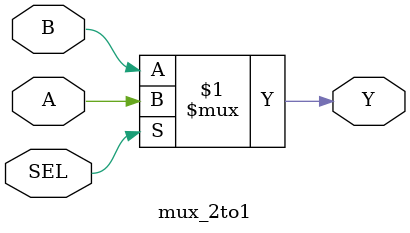
<source format=v>

module mux_2to1
(
  input A,
  input B,
  input SEL,
  output Y
);

  assign Y = (SEL)? A : B;

endmodule

</source>
